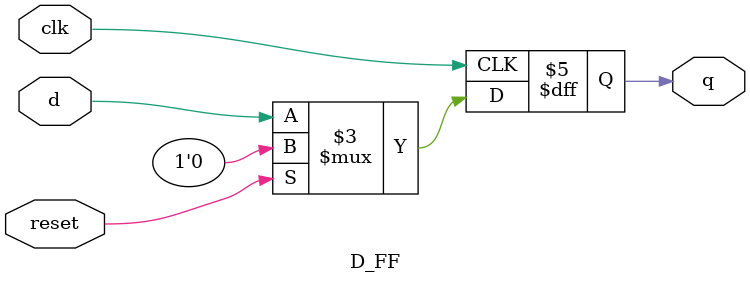
<source format=sv>
`timescale 1ns/10ps

module D_FF (q, d, reset, clk);
	output reg q; 
   input d, reset, clk; 
 
   always_ff @(posedge clk) 
   if (reset) 
		q <= 0;  // On reset, set to 0 
	else 
		q <= d;  // Otherwise out = d 
endmodule 
</source>
